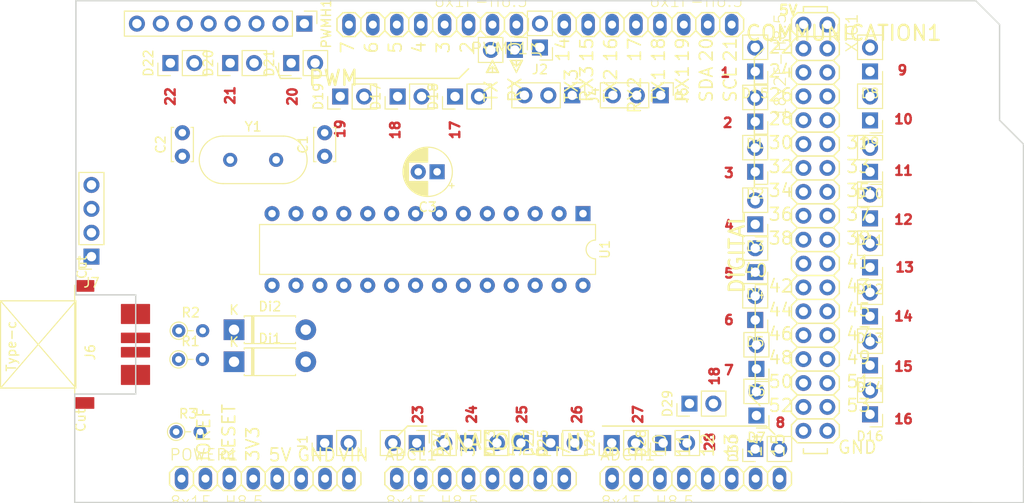
<source format=kicad_pcb>
(kicad_pcb (version 20171130) (host pcbnew "(5.1.10)-1")
  (title_block (title "Arduino Mega 2560 Rev. 3") (rev 1.0) (comment 1 "Converted to KiCad by Prof. Mayhem") (comment 2 1/22/2018))
  (layers (0 Top signal) (31 Bottom signal) (34 B.Paste user) (35 F.Paste user) (36 B.SilkS user) (37 F.SilkS user) (38 B.Mask user) (39 F.Mask user) (44 Edge.Cuts user))
  (net 0 "")
  (net 1 /ADC8)
  (net 2 /ADC9)
  (net 3 /ADC10)
  (net 4 /ADC11)
  (net 5 /ADC12)
  (net 6 /ADC13)
  (net 7 /ADC14)
  (net 8 /ADC15)
  (net 9 /ADC0)
  (net 10 /ADC1)
  (net 11 /ADC2)
  (net 12 /ADC3)
  (net 13 /ADC4)
  (net 14 /ADC5)
  (net 15 /ADC6)
  (net 16 /ADC7)
  (net 17 /RESET)
  (net 18 /VIN)
  (net 19 /RXD1)
  (net 20 /TXD1)
  (net 21 /RXD2)
  (net 22 /TXD2)
  (net 23 /RXD3)
  (net 24 /TXD3)
  (net 25 /PE0)
  (net 26 /PE1)
  (net 27 /+5V)
  (net 28 "Net-(POWER1-Pad1)")
  (net 29 /+3V3)
  (net 30 GND)
  (net 31 /Dir1)
  (net 32 /Dir9)
  (net 33 /P24)
  (net 34 /P25)
  (net 35 /Dir2)
  (net 36 /Dir10)
  (net 37 /P28)
  (net 38 /P29)
  (net 39 /Dir3)
  (net 40 /Dir11)
  (net 41 /P32)
  (net 42 /P33)
  (net 43 /Dir4)
  (net 44 /Dir12)
  (net 45 /P36)
  (net 46 /P37)
  (net 47 /Dir5)
  (net 48 /Dir13)
  (net 49 /P40)
  (net 50 /P41)
  (net 51 /Dir6)
  (net 52 /Dir14)
  (net 53 /P44)
  (net 54 /P45)
  (net 55 /Dir7)
  (net 56 /Dir15)
  (net 57 /P48)
  (net 58 /P49)
  (net 59 /Dir8)
  (net 60 /Dir16)
  (net 61 /P52)
  (net 62 /P53)
  (net 63 /PB7)
  (net 64 /Aref)
  (net 65 "Net-(XIO1-Pad1)")
  (net 66 "Net-(XIO1-Pad2)")
  (net 67 /SCL)
  (net 68 /SDA)
  (net 69 /Dir17)
  (net 70 /PE5)
  (net 71 /Dir18)
  (net 72 /PE3)
  (net 73 /PB5)
  (net 74 /PH6)
  (net 75 /PH4)
  (net 76 "Net-(J2-Pad1)")
  (net 77 "Net-(C1-Pad2)")
  (net 78 "Net-(C2-Pad2)")
  (net 79 /Dir19)
  (net 80 /Dir21)
  (net 81 /Dir20)
  (net 82 /Dir22)
  (net 83 /D-)
  (net 84 /D+)
  (net 85 "Net-(J3-Pad1)")
  (net 86 /U_vcc)
  (net 87 "Net-(J6-Pad2)")
  (net 88 "Net-(J6-Pad3)")
  (net 89 /U_pull_up)
  (net 90 "Net-(U1-Pad28)")
  (net 91 "Net-(U1-Pad14)")
  (net 92 "Net-(U1-Pad27)")
  (net 93 "Net-(U1-Pad13)")
  (net 94 "Net-(U1-Pad26)")
  (net 95 "Net-(U1-Pad12)")
  (net 96 "Net-(U1-Pad25)")
  (net 97 "Net-(U1-Pad11)")
  (net 98 "Net-(U1-Pad24)")
  (net 99 "Net-(U1-Pad23)")
  (net 100 "Net-(U1-Pad22)")
  (net 101 "Net-(U1-Pad21)")
  (net 102 "Net-(U1-Pad20)")
  (net 103 "Net-(U1-Pad19)")
  (net 104 "Net-(U1-Pad18)")
  (net 105 "Net-(U1-Pad17)")
  (net 106 "Net-(U1-Pad16)")
  (net 107 "Net-(U1-Pad15)")
  (net 108 "Net-(U1-Pad1)")
  (module Capacitor_THT:CP_Radial_D5.0mm_P2.00mm (layer Top) (at 152.781 96.52 180)
    (fp_text reference C3 (at 1 -3.75) (layer F.SilkS))
    (fp_text value 10uF)
    (pad 2 thru_hole circle (at 2 0 180) (size 1.6 1.6) (drill 0.8) (layers *.Cu *.Mask) (net 30 GND))
    (pad 1 thru_hole rect (at 0 0 180) (size 1.6 1.6) (drill 0.8) (layers *.Cu *.Mask) (net 86 /U_vcc))
  )
  (module Capacitor_THT:C_Disc_D3.4mm_W2.1mm_P2.50mm (layer Top) (at 125.73 94.869 90)
    (fp_text reference C2 (at 1.25 -2.3 90) (layer F.SilkS))
    (fp_text value 22pF)
    (pad 2 thru_hole circle (at 2.5 0 90) (size 1.6 1.6) (drill 0.8) (layers *.Cu *.Mask) (net 78 "Net-(C2-Pad2)"))
    (pad 1 thru_hole circle (at 0 0 90) (size 1.6 1.6) (drill 0.8) (layers *.Cu *.Mask) (net 30 GND))
  )
  (module Capacitor_THT:C_Disc_D3.4mm_W2.1mm_P2.50mm (layer Top) (at 140.843 94.869 90)
    (fp_text reference C1 (at 1.25 -2.3 90) (layer F.SilkS))
    (fp_text value 22pF)
    (pad 2 thru_hole circle (at 2.5 0 90) (size 1.6 1.6) (drill 0.8) (layers *.Cu *.Mask) (net 77 "Net-(C1-Pad2)"))
    (pad 1 thru_hole circle (at 0 0 90) (size 1.6 1.6) (drill 0.8) (layers *.Cu *.Mask) (net 30 GND))
  )
  (module Connector_PinSocket_2.54mm:PinSocket_1x04_P2.54mm_Vertical (layer Top) (at 116.078 105.537 180)
    (fp_text reference J7 (at 0 -2.77) (layer F.SilkS))
    (fp_text value Usb_ext)
    (pad 4 thru_hole oval (at 0 7.62 180) (size 1.7 1.7) (drill 1) (layers *.Cu *.Mask) (net 30 GND))
    (pad 3 thru_hole oval (at 0 5.08 180) (size 1.7 1.7) (drill 1) (layers *.Cu *.Mask) (net 88 "Net-(J6-Pad3)"))
    (pad 2 thru_hole oval (at 0 2.54 180) (size 1.7 1.7) (drill 1) (layers *.Cu *.Mask) (net 87 "Net-(J6-Pad2)"))
    (pad 1 thru_hole rect (at 0 0 180) (size 1.7 1.7) (drill 1) (layers *.Cu *.Mask) (net 86 /U_vcc))
  )
  (module Crystal:Crystal_HC49-4H_Vertical (layer Top) (at 130.81 95.25)
    (fp_text reference Y1 (at 2.44 -3.525) (layer F.SilkS))
    (fp_text value 16M)
    (pad 2 thru_hole circle (at 4.88 0) (size 1.5 1.5) (drill 0.8) (layers *.Cu *.Mask) (net 77 "Net-(C1-Pad2)"))
    (pad 1 thru_hole circle (at 0 0) (size 1.5 1.5) (drill 0.8) (layers *.Cu *.Mask) (net 78 "Net-(C2-Pad2)"))
  )
  (module Package_DIP:DIP-28_W7.62mm (layer Top) (at 168.275 100.965 270)
    (fp_text reference U1 (at 3.81 -2.33 90) (layer F.SilkS))
    (fp_text value ATmega8A-PU)
    (pad 28 thru_hole oval (at 7.62 0 270) (size 1.6 1.6) (drill 0.8) (layers *.Cu *.Mask) (net 90 "Net-(U1-Pad28)"))
    (pad 14 thru_hole oval (at 0 33.02 270) (size 1.6 1.6) (drill 0.8) (layers *.Cu *.Mask) (net 91 "Net-(U1-Pad14)"))
    (pad 27 thru_hole oval (at 7.62 2.54 270) (size 1.6 1.6) (drill 0.8) (layers *.Cu *.Mask) (net 92 "Net-(U1-Pad27)"))
    (pad 13 thru_hole oval (at 0 30.48 270) (size 1.6 1.6) (drill 0.8) (layers *.Cu *.Mask) (net 93 "Net-(U1-Pad13)"))
    (pad 26 thru_hole oval (at 7.62 5.08 270) (size 1.6 1.6) (drill 0.8) (layers *.Cu *.Mask) (net 94 "Net-(U1-Pad26)"))
    (pad 12 thru_hole oval (at 0 27.94 270) (size 1.6 1.6) (drill 0.8) (layers *.Cu *.Mask) (net 95 "Net-(U1-Pad12)"))
    (pad 25 thru_hole oval (at 7.62 7.62 270) (size 1.6 1.6) (drill 0.8) (layers *.Cu *.Mask) (net 96 "Net-(U1-Pad25)"))
    (pad 11 thru_hole oval (at 0 25.4 270) (size 1.6 1.6) (drill 0.8) (layers *.Cu *.Mask) (net 97 "Net-(U1-Pad11)"))
    (pad 24 thru_hole oval (at 7.62 10.16 270) (size 1.6 1.6) (drill 0.8) (layers *.Cu *.Mask) (net 98 "Net-(U1-Pad24)"))
    (pad 10 thru_hole oval (at 0 22.86 270) (size 1.6 1.6) (drill 0.8) (layers *.Cu *.Mask) (net 78 "Net-(C2-Pad2)"))
    (pad 23 thru_hole oval (at 7.62 12.7 270) (size 1.6 1.6) (drill 0.8) (layers *.Cu *.Mask) (net 99 "Net-(U1-Pad23)"))
    (pad 9 thru_hole oval (at 0 20.32 270) (size 1.6 1.6) (drill 0.8) (layers *.Cu *.Mask) (net 77 "Net-(C1-Pad2)"))
    (pad 22 thru_hole oval (at 7.62 15.24 270) (size 1.6 1.6) (drill 0.8) (layers *.Cu *.Mask) (net 100 "Net-(U1-Pad22)"))
    (pad 8 thru_hole oval (at 0 17.78 270) (size 1.6 1.6) (drill 0.8) (layers *.Cu *.Mask) (net 30 GND))
    (pad 21 thru_hole oval (at 7.62 17.78 270) (size 1.6 1.6) (drill 0.8) (layers *.Cu *.Mask) (net 101 "Net-(U1-Pad21)"))
    (pad 7 thru_hole oval (at 0 15.24 270) (size 1.6 1.6) (drill 0.8) (layers *.Cu *.Mask) (net 86 /U_vcc))
    (pad 20 thru_hole oval (at 7.62 20.32 270) (size 1.6 1.6) (drill 0.8) (layers *.Cu *.Mask) (net 102 "Net-(U1-Pad20)"))
    (pad 6 thru_hole oval (at 0 12.7 270) (size 1.6 1.6) (drill 0.8) (layers *.Cu *.Mask) (net 89 /U_pull_up))
    (pad 19 thru_hole oval (at 7.62 22.86 270) (size 1.6 1.6) (drill 0.8) (layers *.Cu *.Mask) (net 103 "Net-(U1-Pad19)"))
    (pad 5 thru_hole oval (at 0 10.16 270) (size 1.6 1.6) (drill 0.8) (layers *.Cu *.Mask) (net 83 /D-))
    (pad 18 thru_hole oval (at 7.62 25.4 270) (size 1.6 1.6) (drill 0.8) (layers *.Cu *.Mask) (net 104 "Net-(U1-Pad18)"))
    (pad 4 thru_hole oval (at 0 7.62 270) (size 1.6 1.6) (drill 0.8) (layers *.Cu *.Mask) (net 84 /D+))
    (pad 17 thru_hole oval (at 7.62 27.94 270) (size 1.6 1.6) (drill 0.8) (layers *.Cu *.Mask) (net 105 "Net-(U1-Pad17)"))
    (pad 3 thru_hole oval (at 0 5.08 270) (size 1.6 1.6) (drill 0.8) (layers *.Cu *.Mask) (net 21 /RXD2))
    (pad 16 thru_hole oval (at 7.62 30.48 270) (size 1.6 1.6) (drill 0.8) (layers *.Cu *.Mask) (net 106 "Net-(U1-Pad16)"))
    (pad 2 thru_hole oval (at 0 2.54 270) (size 1.6 1.6) (drill 0.8) (layers *.Cu *.Mask) (net 22 /TXD2))
    (pad 15 thru_hole oval (at 7.62 33.02 270) (size 1.6 1.6) (drill 0.8) (layers *.Cu *.Mask) (net 107 "Net-(U1-Pad15)"))
    (pad 1 thru_hole rect (at 0 0 270) (size 1.6 1.6) (drill 0.8) (layers *.Cu *.Mask) (net 108 "Net-(U1-Pad1)"))
  )
  (module Resistor_THT:R_Axial_DIN0204_L3.6mm_D1.6mm_P2.54mm_Vertical (layer Top) (at 125.0696 124.1552)
    (fp_text reference R3 (at 1.27 -1.92) (layer F.SilkS))
    (fp_text value 2.2k)
    (pad 2 thru_hole oval (at 2.54 0) (size 1.4 1.4) (drill 0.7) (layers *.Cu *.Mask) (net 83 /D-))
    (pad 1 thru_hole circle (at 0 0) (size 1.4 1.4) (drill 0.7) (layers *.Cu *.Mask) (net 86 /U_vcc))
  )
  (module Resistor_THT:R_Axial_DIN0204_L3.6mm_D1.6mm_P2.54mm_Vertical (layer Top) (at 125.349 113.411)
    (fp_text reference R2 (at 1.27 -1.92) (layer F.SilkS))
    (fp_text value 68)
    (pad 2 thru_hole oval (at 2.54 0) (size 1.4 1.4) (drill 0.7) (layers *.Cu *.Mask) (net 84 /D+))
    (pad 1 thru_hole circle (at 0 0) (size 1.4 1.4) (drill 0.7) (layers *.Cu *.Mask) (net 88 "Net-(J6-Pad3)"))
  )
  (module Resistor_THT:R_Axial_DIN0204_L3.6mm_D1.6mm_P2.54mm_Vertical (layer Top) (at 125.3236 116.459)
    (fp_text reference R1 (at 1.27 -1.92) (layer F.SilkS))
    (fp_text value 68)
    (pad 2 thru_hole oval (at 2.54 0) (size 1.4 1.4) (drill 0.7) (layers *.Cu *.Mask) (net 83 /D-))
    (pad 1 thru_hole circle (at 0 0) (size 1.4 1.4) (drill 0.7) (layers *.Cu *.Mask) (net 87 "Net-(J6-Pad2)"))
  )
  (module usb_type_c_female_board_Aliexpress:usb_type_c_female_board_Aliexpress (layer Top) (at 115.062 115.57 270)
    (fp_text reference J6 (at 0.127 -0.889 90) (layer F.SilkS))
    (fp_text value USB)
    (fp_text user Cut (at -8.89 0 90) (layer F.SilkS))
    (fp_text user Cut (at 7.366 0.127 90) (layer F.SilkS))
    (fp_text user Type-c (at -0.508 7.493 90) (layer F.SilkS))
    (pad 4 smd custom (at -6.985 -0.381 270) (size 1 1) (layers Top F.Paste F.Mask) (net 30 GND) (options (clearance outline) (anchor circle)) (primitives (gr_poly (pts (xy 0.635 1.016) (xy -0.508 1.016) (xy -0.508 -0.889) (xy 0.635 -0.889)) (width 0.1))))
    (pad 4 smd custom (at 5.461 -0.381 270) (size 1 1) (layers Top F.Paste F.Mask) (net 30 GND) (options (clearance outline) (anchor circle)) (primitives (gr_poly (pts (xy 0.635 1.016) (xy -0.508 1.016) (xy -0.508 -0.889) (xy 0.635 -0.889)) (width 0.1))))
    (pad 1 smd custom (at 2.54 -6.477 270) (size 1.524 1.524) (layers Top F.Paste F.Mask) (net 86 /U_vcc) (options (clearance outline) (anchor circle)) (primitives (gr_poly (pts (xy 1.016 2.286) (xy -1.016 2.286) (xy -1.016 -0.714) (xy 1.016 -0.714)) (width 0.1))))
    (pad 2 smd custom (at 0.127 -6.731 270) (size 1 1) (layers Top F.Paste F.Mask) (net 87 "Net-(J6-Pad2)") (options (clearance outline) (anchor rect)) (primitives (gr_poly (pts (xy 0.508 2.54) (xy -0.508 2.54) (xy -0.508 -0.46) (xy 0.508 -0.46)) (width 0.1))))
    (pad 3 smd custom (at -1.397 -6.731 270) (size 1 1) (layers Top F.Paste F.Mask) (net 88 "Net-(J6-Pad3)") (options (clearance outline) (anchor rect)) (primitives (gr_poly (pts (xy 0.508 2.54) (xy -0.508 2.54) (xy -0.508 -0.46) (xy 0.508 -0.46)) (width 0.1))))
    (pad 4 smd custom (at -3.937 -6.35 270) (size 1.524 1.524) (layers Top F.Paste F.Mask) (net 30 GND) (options (clearance outline) (anchor circle)) (primitives (gr_poly (pts (xy 1.016 2.159) (xy -1.016 2.159) (xy -1.016 -0.841) (xy 1.016 -0.841)) (width 0.1))))
  )
  (module Diode_THT:D_DO-41_SOD81_P7.62mm_Horizontal (layer Top) (at 131.2164 113.3094)
    (fp_text reference Di2 (at 3.81 -2.47) (layer F.SilkS))
    (fp_text value 3.6V)
    (fp_text user K (at 0 -2.1) (layer F.SilkS))
    (pad 2 thru_hole oval (at 7.62 0) (size 2.2 2.2) (drill 1.1) (layers *.Cu *.Mask) (net 30 GND))
    (pad 1 thru_hole rect (at 0 0) (size 2.2 2.2) (drill 1.1) (layers *.Cu *.Mask) (net 84 /D+))
  )
  (module Diode_THT:D_DO-41_SOD81_P7.62mm_Horizontal (layer Top) (at 131.2164 116.713)
    (fp_text reference Di1 (at 3.81 -2.47) (layer F.SilkS))
    (fp_text value 3.6V)
    (fp_text user K (at 0 -2.1) (layer F.SilkS))
    (pad 2 thru_hole oval (at 7.62 0) (size 2.2 2.2) (drill 1.1) (layers *.Cu *.Mask) (net 30 GND))
    (pad 1 thru_hole rect (at 0 0) (size 2.2 2.2) (drill 1.1) (layers *.Cu *.Mask) (net 83 /D-))
  )
  (module Connector_PinHeader_2.54mm:PinHeader_1x02_P2.54mm_Vertical (layer Top) (at 186.563 125.984 90)
    (fp_text reference D30 (at 0 -2.33 90) (layer F.SilkS))
    (fp_text value Drive_Connector)
    (pad 2 thru_hole oval (at 0 2.54 90) (size 1.7 1.7) (drill 1) (layers *.Cu *.Mask) (net 8 /ADC15))
    (pad 1 thru_hole rect (at 0 0 90) (size 1.7 1.7) (drill 1) (layers *.Cu *.Mask) (net 7 /ADC14))
  )
  (module Connector_PinHeader_2.54mm:PinHeader_1x02_P2.54mm_Vertical (layer Top) (at 179.578 121.158 90)
    (fp_text reference D29 (at 0 -2.33 90) (layer F.SilkS))
    (fp_text value Drive_Connector)
    (pad 2 thru_hole oval (at 0 2.54 90) (size 1.7 1.7) (drill 1) (layers *.Cu *.Mask) (net 6 /ADC13))
    (pad 1 thru_hole rect (at 0 0 90) (size 1.7 1.7) (drill 1) (layers *.Cu *.Mask) (net 5 /ADC12))
  )
  (module Connector_PinHeader_2.54mm:PinHeader_1x02_P2.54mm_Vertical (layer Top) (at 176.784 125.349 90)
    (fp_text reference D28 (at 0 -2.33 90) (layer F.SilkS))
    (fp_text value Drive_Connector)
    (pad 2 thru_hole oval (at 0 2.54 90) (size 1.7 1.7) (drill 1) (layers *.Cu *.Mask) (net 4 /ADC11))
    (pad 1 thru_hole rect (at 0 0 90) (size 1.7 1.7) (drill 1) (layers *.Cu *.Mask) (net 3 /ADC10))
  )
  (module Connector_PinHeader_2.54mm:PinHeader_1x02_P2.54mm_Vertical (layer Top) (at 164.846 125.349 90)
    (fp_text reference D27 (at 0 -2.33 90) (layer F.SilkS))
    (fp_text value Drive_Connector)
    (pad 2 thru_hole oval (at 0 2.54 90) (size 1.7 1.7) (drill 1) (layers *.Cu *.Mask) (net 16 /ADC7))
    (pad 1 thru_hole rect (at 0 0 90) (size 1.7 1.7) (drill 1) (layers *.Cu *.Mask) (net 15 /ADC6))
  )
  (module Connector_PinHeader_2.54mm:PinHeader_1x02_P2.54mm_Vertical (layer Top) (at 171.323 125.349 90)
    (fp_text reference D26 (at 0 -2.33 90) (layer F.SilkS))
    (fp_text value Drive_Connector)
    (pad 2 thru_hole oval (at 0 2.54 90) (size 1.7 1.7) (drill 1) (layers *.Cu *.Mask) (net 2 /ADC9))
    (pad 1 thru_hole rect (at 0 0 90) (size 1.7 1.7) (drill 1) (layers *.Cu *.Mask) (net 1 /ADC8))
  )
  (module Connector_PinHeader_2.54mm:PinHeader_1x02_P2.54mm_Vertical (layer Top) (at 161.671 125.349 270)
    (fp_text reference D25 (at 0 -2.33 90) (layer F.SilkS))
    (fp_text value Drive_Connector)
    (pad 2 thru_hole oval (at 0 2.54 270) (size 1.7 1.7) (drill 1) (layers *.Cu *.Mask) (net 13 /ADC4))
    (pad 1 thru_hole rect (at 0 0 270) (size 1.7 1.7) (drill 1) (layers *.Cu *.Mask) (net 14 /ADC5))
  )
  (module Connector_PinHeader_2.54mm:PinHeader_1x02_P2.54mm_Vertical (layer Top) (at 150.622 125.349 270)
    (fp_text reference D24 (at 0 -2.33 90) (layer F.SilkS))
    (fp_text value Drive_Connector)
    (pad 2 thru_hole oval (at 0 2.54 270) (size 1.7 1.7) (drill 1) (layers *.Cu *.Mask) (net 9 /ADC0))
    (pad 1 thru_hole rect (at 0 0 270) (size 1.7 1.7) (drill 1) (layers *.Cu *.Mask) (net 10 /ADC1))
  )
  (module Connector_PinHeader_2.54mm:PinHeader_1x02_P2.54mm_Vertical (layer Top) (at 156.083 125.349 270)
    (fp_text reference D23 (at 0 -2.33 90) (layer F.SilkS))
    (fp_text value Drive_Connector)
    (pad 2 thru_hole oval (at 0 2.54 270) (size 1.7 1.7) (drill 1) (layers *.Cu *.Mask) (net 11 /ADC2))
    (pad 1 thru_hole rect (at 0 0 270) (size 1.7 1.7) (drill 1) (layers *.Cu *.Mask) (net 12 /ADC3))
  )
  (module Connector_PinHeader_2.54mm:PinHeader_1x02_P2.54mm_Vertical (layer Top) (at 124.46 84.963 90)
    (fp_text reference D22 (at 0 -2.33 90) (layer F.SilkS))
    (fp_text value Drive_Connector)
    (pad 2 thru_hole oval (at 0 2.54 90) (size 1.7 1.7) (drill 1) (layers *.Cu *.Mask) (net 82 /Dir22))
    (pad 1 thru_hole rect (at 0 0 90) (size 1.7 1.7) (drill 1) (layers *.Cu *.Mask) (net 63 /PB7))
  )
  (module Connector_PinHeader_2.54mm:PinHeader_1x02_P2.54mm_Vertical (layer Top) (at 137.287 84.963 90)
    (fp_text reference D21 (at 0 -2.33 90) (layer F.SilkS))
    (fp_text value Drive_Connector)
    (pad 2 thru_hole oval (at 0 2.54 90) (size 1.7 1.7) (drill 1) (layers *.Cu *.Mask) (net 81 /Dir20))
    (pad 1 thru_hole rect (at 0 0 90) (size 1.7 1.7) (drill 1) (layers *.Cu *.Mask) (net 74 /PH6))
  )
  (module Connector_PinHeader_2.54mm:PinHeader_1x02_P2.54mm_Vertical (layer Top) (at 130.81 84.963 90)
    (fp_text reference D20 (at 0 -2.33 90) (layer F.SilkS))
    (fp_text value Drive_Connector)
    (pad 2 thru_hole oval (at 0 2.54 90) (size 1.7 1.7) (drill 1) (layers *.Cu *.Mask) (net 80 /Dir21))
    (pad 1 thru_hole rect (at 0 0 90) (size 1.7 1.7) (drill 1) (layers *.Cu *.Mask) (net 73 /PB5))
  )
  (module Connector_PinHeader_2.54mm:PinHeader_1x02_P2.54mm_Vertical (layer Top) (at 142.494 88.519 90)
    (fp_text reference D19 (at 0 -2.33 90) (layer F.SilkS))
    (fp_text value Drive_Connector)
    (pad 2 thru_hole oval (at 0 2.54 90) (size 1.7 1.7) (drill 1) (layers *.Cu *.Mask) (net 79 /Dir19))
    (pad 1 thru_hole rect (at 0 0 90) (size 1.7 1.7) (drill 1) (layers *.Cu *.Mask) (net 75 /PH4))
  )
  (module Connector_PinHeader_2.54mm:PinHeader_1x02_P2.54mm_Vertical (layer Top) (at 140.843 125.349 90)
    (fp_text reference J1 (at 0 -2.33 90) (layer F.SilkS))
    (fp_text value Power_conn)
    (pad 2 thru_hole oval (at 0 2.54 90) (size 1.7 1.7) (drill 1) (layers *.Cu *.Mask) (net 18 /VIN))
    (pad 1 thru_hole rect (at 0 0 90) (size 1.7 1.7) (drill 1) (layers *.Cu *.Mask) (net 30 GND))
  )
  (module Connector_PinHeader_2.54mm:PinHeader_1x03_P2.54mm_Vertical (layer Top) (at 176.53 88.392 270)
    (fp_text reference J5 (at 0 -2.33 90) (layer F.SilkS))
    (fp_text value USB_Uart)
    (pad 3 thru_hole oval (at 0 5.08 270) (size 1.7 1.7) (drill 1) (layers *.Cu *.Mask) (net 22 /TXD2))
    (pad 2 thru_hole oval (at 0 2.54 270) (size 1.7 1.7) (drill 1) (layers *.Cu *.Mask) (net 21 /RXD2))
    (pad 1 thru_hole rect (at 0 0 270) (size 1.7 1.7) (drill 1) (layers *.Cu *.Mask) (net 30 GND))
  )
  (module Connector_PinHeader_2.54mm:PinHeader_1x03_P2.54mm_Vertical (layer Top) (at 167.132 88.392 270)
    (fp_text reference J4 (at 0 -2.33 90) (layer F.SilkS))
    (fp_text value Midi_UART)
    (pad 3 thru_hole oval (at 0 5.08 270) (size 1.7 1.7) (drill 1) (layers *.Cu *.Mask) (net 24 /TXD3))
    (pad 2 thru_hole oval (at 0 2.54 270) (size 1.7 1.7) (drill 1) (layers *.Cu *.Mask) (net 23 /RXD3))
    (pad 1 thru_hole rect (at 0 0 270) (size 1.7 1.7) (drill 1) (layers *.Cu *.Mask) (net 30 GND))
  )
  (module Connector_PinHeader_2.54mm:PinHeader_1x02_P2.54mm_Vertical (layer Top) (at 198.755 122.301 180)
    (fp_text reference D16 (at 0 -2.33) (layer F.SilkS))
    (fp_text value Drive_Connector)
    (pad 2 thru_hole oval (at 0 2.54 180) (size 1.7 1.7) (drill 1) (layers *.Cu *.Mask) (net 60 /Dir16))
    (pad 1 thru_hole rect (at 0 0 180) (size 1.7 1.7) (drill 1) (layers *.Cu *.Mask) (net 62 /P53))
  )
  (module Connector_PinHeader_2.54mm:PinHeader_1x02_P2.54mm_Vertical (layer Top) (at 148.59 88.519 90)
    (fp_text reference D17 (at 0 -2.33 90) (layer F.SilkS))
    (fp_text value Drive_Connector)
    (pad 2 thru_hole oval (at 0 2.54 90) (size 1.7 1.7) (drill 1) (layers *.Cu *.Mask) (net 71 /Dir18))
    (pad 1 thru_hole rect (at 0 0 90) (size 1.7 1.7) (drill 1) (layers *.Cu *.Mask) (net 72 /PE3))
  )
  (module Connector_PinHeader_2.54mm:PinHeader_1x02_P2.54mm_Vertical (layer Top) (at 154.686 88.519 90)
    (fp_text reference D18 (at 0 -2.33 90) (layer F.SilkS))
    (fp_text value Drive_Connector)
    (pad 2 thru_hole oval (at 0 2.54 90) (size 1.7 1.7) (drill 1) (layers *.Cu *.Mask) (net 69 /Dir17))
    (pad 1 thru_hole rect (at 0 0 90) (size 1.7 1.7) (drill 1) (layers *.Cu *.Mask) (net 70 /PE5))
  )
  (module Connector_PinHeader_2.54mm:PinHeader_1x02_P2.54mm_Vertical (layer Top) (at 186.563 85.852 180)
    (fp_text reference D15 (at 0 -2.33) (layer F.SilkS))
    (fp_text value Drive_Connector)
    (pad 2 thru_hole oval (at 0 2.54 180) (size 1.7 1.7) (drill 1) (layers *.Cu *.Mask) (net 31 /Dir1))
    (pad 1 thru_hole rect (at 0 0 180) (size 1.7 1.7) (drill 1) (layers *.Cu *.Mask) (net 33 /P24))
  )
  (module Connector_PinHeader_2.54mm:PinHeader_1x02_P2.54mm_Vertical (layer Top) (at 198.755 117.094 180)
    (fp_text reference D14 (at 0 -2.33) (layer F.SilkS))
    (fp_text value Drive_Connector)
    (pad 2 thru_hole oval (at 0 2.54 180) (size 1.7 1.7) (drill 1) (layers *.Cu *.Mask) (net 56 /Dir15))
    (pad 1 thru_hole rect (at 0 0 180) (size 1.7 1.7) (drill 1) (layers *.Cu *.Mask) (net 58 /P49))
  )
  (module Connector_PinHeader_2.54mm:PinHeader_1x02_P2.54mm_Vertical (layer Top) (at 198.755 111.887 180)
    (fp_text reference D13 (at 0 -2.33) (layer F.SilkS))
    (fp_text value Drive_Connector)
    (pad 2 thru_hole oval (at 0 2.54 180) (size 1.7 1.7) (drill 1) (layers *.Cu *.Mask) (net 52 /Dir14))
    (pad 1 thru_hole rect (at 0 0 180) (size 1.7 1.7) (drill 1) (layers *.Cu *.Mask) (net 54 /P45))
  )
  (module Connector_PinHeader_2.54mm:PinHeader_1x02_P2.54mm_Vertical (layer Top) (at 198.755 106.68 180)
    (fp_text reference D12 (at 0 -2.33) (layer F.SilkS))
    (fp_text value Drive_Connector)
    (pad 2 thru_hole oval (at 0 2.54 180) (size 1.7 1.7) (drill 1) (layers *.Cu *.Mask) (net 48 /Dir13))
    (pad 1 thru_hole rect (at 0 0 180) (size 1.7 1.7) (drill 1) (layers *.Cu *.Mask) (net 50 /P41))
  )
  (module Connector_PinHeader_2.54mm:PinHeader_1x02_P2.54mm_Vertical (layer Top) (at 198.755 101.473 180)
    (fp_text reference D11 (at 0 -2.33) (layer F.SilkS))
    (fp_text value Drive_Connector)
    (pad 2 thru_hole oval (at 0 2.54 180) (size 1.7 1.7) (drill 1) (layers *.Cu *.Mask) (net 44 /Dir12))
    (pad 1 thru_hole rect (at 0 0 180) (size 1.7 1.7) (drill 1) (layers *.Cu *.Mask) (net 46 /P37))
  )
  (module Connector_PinHeader_2.54mm:PinHeader_1x02_P2.54mm_Vertical (layer Top) (at 198.755 96.52 180)
    (fp_text reference D10 (at 0 -2.33) (layer F.SilkS))
    (fp_text value Drive_Connector)
    (pad 2 thru_hole oval (at 0 2.54 180) (size 1.7 1.7) (drill 1) (layers *.Cu *.Mask) (net 40 /Dir11))
    (pad 1 thru_hole rect (at 0 0 180) (size 1.7 1.7) (drill 1) (layers *.Cu *.Mask) (net 42 /P33))
  )
  (module Connector_PinHeader_2.54mm:PinHeader_1x02_P2.54mm_Vertical (layer Top) (at 198.755 91.059 180)
    (fp_text reference D9 (at 0 -2.33) (layer F.SilkS))
    (fp_text value Drive_Connector)
    (pad 2 thru_hole oval (at 0 2.54 180) (size 1.7 1.7) (drill 1) (layers *.Cu *.Mask) (net 36 /Dir10))
    (pad 1 thru_hole rect (at 0 0 180) (size 1.7 1.7) (drill 1) (layers *.Cu *.Mask) (net 38 /P29))
  )
  (module Connector_PinHeader_2.54mm:PinHeader_1x02_P2.54mm_Vertical (layer Top) (at 198.755 85.852 180)
    (fp_text reference D8 (at 0 -2.33) (layer F.SilkS))
    (fp_text value Drive_Connector)
    (pad 2 thru_hole oval (at 0 2.54 180) (size 1.7 1.7) (drill 1) (layers *.Cu *.Mask) (net 32 /Dir9))
    (pad 1 thru_hole rect (at 0 0 180) (size 1.7 1.7) (drill 1) (layers *.Cu *.Mask) (net 34 /P25))
  )
  (module Connector_PinHeader_2.54mm:PinHeader_1x02_P2.54mm_Vertical (layer Top) (at 186.69 122.428 180)
    (fp_text reference D7 (at 0 -2.33) (layer F.SilkS))
    (fp_text value Drive_Connector)
    (pad 2 thru_hole oval (at 0 2.54 180) (size 1.7 1.7) (drill 1) (layers *.Cu *.Mask) (net 59 /Dir8))
    (pad 1 thru_hole rect (at 0 0 180) (size 1.7 1.7) (drill 1) (layers *.Cu *.Mask) (net 61 /P52))
  )
  (module Connector_PinHeader_2.54mm:PinHeader_1x02_P2.54mm_Vertical (layer Top) (at 186.69 117.475 180)
    (fp_text reference D6 (at 0 -2.33) (layer F.SilkS))
    (fp_text value Drive_Connector)
    (pad 2 thru_hole oval (at 0 2.54 180) (size 1.7 1.7) (drill 1) (layers *.Cu *.Mask) (net 55 /Dir7))
    (pad 1 thru_hole rect (at 0 0 180) (size 1.7 1.7) (drill 1) (layers *.Cu *.Mask) (net 57 /P48))
  )
  (module Connector_PinHeader_2.54mm:PinHeader_1x02_P2.54mm_Vertical (layer Top) (at 186.563 112.268 180)
    (fp_text reference D5 (at 0 -2.33) (layer F.SilkS))
    (fp_text value Drive_Connector)
    (pad 2 thru_hole oval (at 0 2.54 180) (size 1.7 1.7) (drill 1) (layers *.Cu *.Mask) (net 51 /Dir6))
    (pad 1 thru_hole rect (at 0 0 180) (size 1.7 1.7) (drill 1) (layers *.Cu *.Mask) (net 53 /P44))
  )
  (module Connector_PinHeader_2.54mm:PinHeader_1x02_P2.54mm_Vertical (layer Top) (at 186.563 107.188 180)
    (fp_text reference D4 (at 0 -2.33) (layer F.SilkS))
    (fp_text value Drive_Connector)
    (pad 2 thru_hole oval (at 0 2.54 180) (size 1.7 1.7) (drill 1) (layers *.Cu *.Mask) (net 47 /Dir5))
    (pad 1 thru_hole rect (at 0 0 180) (size 1.7 1.7) (drill 1) (layers *.Cu *.Mask) (net 49 /P40))
  )
  (module Connector_PinHeader_2.54mm:PinHeader_1x02_P2.54mm_Vertical (layer Top) (at 186.563 102.108 180)
    (fp_text reference D3 (at 0 -2.33) (layer F.SilkS))
    (fp_text value Drive_Connector)
    (pad 2 thru_hole oval (at 0 2.54 180) (size 1.7 1.7) (drill 1) (layers *.Cu *.Mask) (net 43 /Dir4))
    (pad 1 thru_hole rect (at 0 0 180) (size 1.7 1.7) (drill 1) (layers *.Cu *.Mask) (net 45 /P36))
  )
  (module Connector_PinHeader_2.54mm:PinHeader_1x02_P2.54mm_Vertical (layer Top) (at 186.563 96.52 180)
    (fp_text reference D2 (at 0 -2.33) (layer F.SilkS))
    (fp_text value Drive_Connector)
    (pad 2 thru_hole oval (at 0 2.54 180) (size 1.7 1.7) (drill 1) (layers *.Cu *.Mask) (net 39 /Dir3))
    (pad 1 thru_hole rect (at 0 0 180) (size 1.7 1.7) (drill 1) (layers *.Cu *.Mask) (net 41 /P32))
  )
  (module Connector_PinHeader_2.54mm:PinHeader_1x02_P2.54mm_Vertical (layer Top) (at 186.563 91.186 180)
    (fp_text reference D1 (at 0 -2.33) (layer F.SilkS))
    (fp_text value Drive_Connector)
    (pad 2 thru_hole oval (at 0 2.54 180) (size 1.7 1.7) (drill 1) (layers *.Cu *.Mask) (net 35 /Dir2))
    (pad 1 thru_hole rect (at 0 0 180) (size 1.7 1.7) (drill 1) (layers *.Cu *.Mask) (net 37 /P28))
  )
  (module Connector_PinHeader_2.54mm:PinHeader_1x02_P2.54mm_Vertical (layer Top) (at 161.036 83.566 270)
    (fp_text reference J3 (at 0 -2.33 90) (layer F.SilkS))
    (fp_text value TX)
    (pad 2 thru_hole oval (at 0 2.54 270) (size 1.7 1.7) (drill 1) (layers *.Cu *.Mask) (net 26 /PE1))
    (pad 1 thru_hole rect (at 0 0 270) (size 1.7 1.7) (drill 1) (layers *.Cu *.Mask) (net 85 "Net-(J3-Pad1)"))
  )
  (module Connector_PinHeader_2.54mm:PinHeader_1x02_P2.54mm_Vertical (layer Top) (at 163.703 83.312 180)
    (fp_text reference J2 (at 0 -2.33) (layer F.SilkS))
    (fp_text value RX)
    (pad 2 thru_hole oval (at 0 2.54 180) (size 1.7 1.7) (drill 1) (layers *.Cu *.Mask) (net 25 /PE0))
    (pad 1 thru_hole rect (at 0 0 180) (size 1.7 1.7) (drill 1) (layers *.Cu *.Mask) (net 76 "Net-(J2-Pad1)"))
  )
  (module Connector_PinHeader_2.54mm:PinHeader_1x08_P2.54mm_Vertical (layer Top) (at 138.684 80.772 270)
    (fp_text reference PWMH1 (at 0 -2.33 90) (layer F.SilkS))
    (fp_text value 8x1F-H8.5)
    (pad 8 thru_hole oval (at 0 17.78 270) (size 1.7 1.7) (drill 1) (layers *.Cu *.Mask) (net 64 /Aref))
    (pad 7 thru_hole oval (at 0 15.24 270) (size 1.7 1.7) (drill 1) (layers *.Cu *.Mask) (net 30 GND))
    (pad 6 thru_hole oval (at 0 12.7 270) (size 1.7 1.7) (drill 1) (layers *.Cu *.Mask) (net 63 /PB7))
    (pad 5 thru_hole oval (at 0 10.16 270) (size 1.7 1.7) (drill 1) (layers *.Cu *.Mask) (net 82 /Dir22))
    (pad 4 thru_hole oval (at 0 7.62 270) (size 1.7 1.7) (drill 1) (layers *.Cu *.Mask) (net 73 /PB5))
    (pad 3 thru_hole oval (at 0 5.08 270) (size 1.7 1.7) (drill 1) (layers *.Cu *.Mask) (net 80 /Dir21))
    (pad 2 thru_hole oval (at 0 2.54 270) (size 1.7 1.7) (drill 1) (layers *.Cu *.Mask) (net 74 /PH6))
    (pad 1 thru_hole rect (at 0 0 270) (size 1.7 1.7) (drill 1) (layers *.Cu *.Mask) (net 81 /Dir20))
  )
  (module 1X08 (layer Top) (at 152.3111 80.8736 180)
    (fp_text reference PWML1 (at -10.2362 -1.8288 180) (layer F.SilkS) (effects (font (size 1.2065 1.2065) (thickness 0.127)) (justify right top)))
    (fp_text value 8x1F-H8.5 (at -10.16 3.175) (layer F.SilkS) (effects (font (size 1.2065 1.2065) (thickness 0.09652)) (justify right top)))
    (pad 1 thru_hole oval (at -8.89 0 270) (size 2.27584 1.4224) (drill 0.85) (layers *.Cu *.Mask) (net 25 /PE0))
    (pad 2 thru_hole oval (at -6.35 0 270) (size 2.27584 1.4224) (drill 0.85) (layers *.Cu *.Mask) (net 26 /PE1))
    (pad 3 thru_hole oval (at -3.81 0 270) (size 2.27584 1.4224) (drill 0.85) (layers *.Cu *.Mask) (net 69 /Dir17))
    (pad 4 thru_hole oval (at -1.27 0 270) (size 2.27584 1.4224) (drill 0.85) (layers *.Cu *.Mask) (net 70 /PE5))
    (pad 5 thru_hole oval (at 1.27 0 270) (size 2.27584 1.4224) (drill 0.85) (layers *.Cu *.Mask) (net 71 /Dir18))
    (pad 6 thru_hole oval (at 3.81 0 270) (size 2.27584 1.4224) (drill 0.85) (layers *.Cu *.Mask) (net 72 /PE3))
    (pad 7 thru_hole oval (at 6.35 0 270) (size 2.27584 1.4224) (drill 0.85) (layers *.Cu *.Mask) (net 79 /Dir19))
    (pad 8 thru_hole oval (at 8.89 0 270) (size 2.27584 1.4224) (drill 0.85) (layers *.Cu *.Mask) (net 75 /PH4))
  )
  (module 1X08 (layer Top) (at 157.3911 129.1336)
    (fp_text reference ADCL1 (at -10.2362 -1.8288) (layer F.SilkS) (effects (font (size 1.2065 1.2065) (thickness 0.12065)) (justify left bottom)))
    (fp_text value 8x1F-H8.5 (at -10.16 3.175) (layer F.SilkS) (effects (font (size 1.2065 1.2065) (thickness 0.09652)) (justify left bottom)))
    (pad 1 thru_hole oval (at -8.89 0 90) (size 2.27584 1.4224) (drill 0.85) (layers *.Cu *.Mask) (net 9 /ADC0))
    (pad 2 thru_hole oval (at -6.35 0 90) (size 2.27584 1.4224) (drill 0.85) (layers *.Cu *.Mask) (net 10 /ADC1))
    (pad 3 thru_hole oval (at -3.81 0 90) (size 2.27584 1.4224) (drill 0.85) (layers *.Cu *.Mask) (net 11 /ADC2))
    (pad 4 thru_hole oval (at -1.27 0 90) (size 2.27584 1.4224) (drill 0.85) (layers *.Cu *.Mask) (net 12 /ADC3))
    (pad 5 thru_hole oval (at 1.27 0 90) (size 2.27584 1.4224) (drill 0.85) (layers *.Cu *.Mask) (net 13 /ADC4))
    (pad 6 thru_hole oval (at 3.81 0 90) (size 2.27584 1.4224) (drill 0.85) (layers *.Cu *.Mask) (net 14 /ADC5))
    (pad 7 thru_hole oval (at 6.35 0 90) (size 2.27584 1.4224) (drill 0.85) (layers *.Cu *.Mask) (net 15 /ADC6))
    (pad 8 thru_hole oval (at 8.89 0 90) (size 2.27584 1.4224) (drill 0.85) (layers *.Cu *.Mask) (net 16 /ADC7))
  )
  (module 1X08 (layer Top) (at 175.1711 80.8736 180)
    (fp_text reference COMMUNICATION1 (at -10.2362 -1.8288 180) (layer F.SilkS) (effects (font (size 1.59258 1.59258) (thickness 0.238887)) (justify left bottom)))
    (fp_text value 8x1F-H8.5 (at -10.16 3.175) (layer F.SilkS) (effects (font (size 1.2065 1.2065) (thickness 0.09652)) (justify right top)))
    (pad 1 thru_hole oval (at -8.89 0 270) (size 2.27584 1.4224) (drill 0.85) (layers *.Cu *.Mask) (net 67 /SCL))
    (pad 2 thru_hole oval (at -6.35 0 270) (size 2.27584 1.4224) (drill 0.85) (layers *.Cu *.Mask) (net 68 /SDA))
    (pad 3 thru_hole oval (at -3.81 0 270) (size 2.27584 1.4224) (drill 0.85) (layers *.Cu *.Mask) (net 19 /RXD1))
    (pad 4 thru_hole oval (at -1.27 0 270) (size 2.27584 1.4224) (drill 0.85) (layers *.Cu *.Mask) (net 20 /TXD1))
    (pad 5 thru_hole oval (at 1.27 0 270) (size 2.27584 1.4224) (drill 0.85) (layers *.Cu *.Mask) (net 21 /RXD2))
    (pad 6 thru_hole oval (at 3.81 0 270) (size 2.27584 1.4224) (drill 0.85) (layers *.Cu *.Mask) (net 22 /TXD2))
    (pad 7 thru_hole oval (at 6.35 0 270) (size 2.27584 1.4224) (drill 0.85) (layers *.Cu *.Mask) (net 23 /RXD3))
    (pad 8 thru_hole oval (at 8.89 0 270) (size 2.27584 1.4224) (drill 0.85) (layers *.Cu *.Mask) (net 24 /TXD3))
  )
  (module 1X08 (layer Top) (at 180.2511 129.1336)
    (fp_text reference ADCH1 (at -10.2362 -1.8288) (layer F.SilkS) (effects (font (size 1.2065 1.2065) (thickness 0.12065)) (justify left bottom)))
    (fp_text value 8x1F-H8.5 (at -10.16 3.175) (layer F.SilkS) (effects (font (size 1.2065 1.2065) (thickness 0.09652)) (justify left bottom)))
    (pad 1 thru_hole oval (at -8.89 0 90) (size 2.27584 1.4224) (drill 0.85) (layers *.Cu *.Mask) (net 1 /ADC8))
    (pad 2 thru_hole oval (at -6.35 0 90) (size 2.27584 1.4224) (drill 0.85) (layers *.Cu *.Mask) (net 2 /ADC9))
    (pad 3 thru_hole oval (at -3.81 0 90) (size 2.27584 1.4224) (drill 0.85) (layers *.Cu *.Mask) (net 3 /ADC10))
    (pad 4 thru_hole oval (at -1.27 0 90) (size 2.27584 1.4224) (drill 0.85) (layers *.Cu *.Mask) (net 4 /ADC11))
    (pad 5 thru_hole oval (at 1.27 0 90) (size 2.27584 1.4224) (drill 0.85) (layers *.Cu *.Mask) (net 5 /ADC12))
    (pad 6 thru_hole oval (at 3.81 0 90) (size 2.27584 1.4224) (drill 0.85) (layers *.Cu *.Mask) (net 6 /ADC13))
    (pad 7 thru_hole oval (at 6.35 0 90) (size 2.27584 1.4224) (drill 0.85) (layers *.Cu *.Mask) (net 7 /ADC14))
    (pad 8 thru_hole oval (at 8.89 0 90) (size 2.27584 1.4224) (drill 0.85) (layers *.Cu *.Mask) (net 8 /ADC15))
  )
  (module 2X18 (layer Top) (at 192.9511 102.4636 270)
    (fp_text reference XIO1 (at -22.86 -3.175 270) (layer F.SilkS) (effects (font (size 1.2065 1.2065) (thickness 0.127)) (justify right top)))
    (fp_text value 18x2F-H8.5 (at -22.86 4.445 270) (layer F.SilkS) (effects (font (size 1.2065 1.2065) (thickness 0.1016)) (justify right top)))
    (pad 1 thru_hole circle (at -21.59 1.27 270) (size 1.6764 1.6764) (drill 0.95) (layers *.Cu *.Mask) (net 65 "Net-(XIO1-Pad1)"))
    (pad 2 thru_hole circle (at -21.59 -1.27 270) (size 1.6764 1.6764) (drill 0.95) (layers *.Cu *.Mask) (net 66 "Net-(XIO1-Pad2)"))
    (pad 3 thru_hole circle (at -19.05 1.27 270) (size 1.6764 1.6764) (drill 0.95) (layers *.Cu *.Mask) (net 31 /Dir1))
    (pad 4 thru_hole circle (at -19.05 -1.27 270) (size 1.6764 1.6764) (drill 0.95) (layers *.Cu *.Mask) (net 32 /Dir9))
    (pad 5 thru_hole circle (at -16.51 1.27 270) (size 1.6764 1.6764) (drill 0.95) (layers *.Cu *.Mask) (net 33 /P24))
    (pad 6 thru_hole circle (at -16.51 -1.27 270) (size 1.6764 1.6764) (drill 0.95) (layers *.Cu *.Mask) (net 34 /P25))
    (pad 7 thru_hole circle (at -13.97 1.27 270) (size 1.6764 1.6764) (drill 0.95) (layers *.Cu *.Mask) (net 35 /Dir2))
    (pad 8 thru_hole circle (at -13.97 -1.27 270) (size 1.6764 1.6764) (drill 0.95) (layers *.Cu *.Mask) (net 36 /Dir10))
    (pad 9 thru_hole circle (at -11.43 1.27 270) (size 1.6764 1.6764) (drill 0.95) (layers *.Cu *.Mask) (net 37 /P28))
    (pad 10 thru_hole circle (at -11.43 -1.27 270) (size 1.6764 1.6764) (drill 0.95) (layers *.Cu *.Mask) (net 38 /P29))
    (pad 11 thru_hole circle (at -8.89 1.27 270) (size 1.6764 1.6764) (drill 0.95) (layers *.Cu *.Mask) (net 39 /Dir3))
    (pad 12 thru_hole circle (at -8.89 -1.27 270) (size 1.6764 1.6764) (drill 0.95) (layers *.Cu *.Mask) (net 40 /Dir11))
    (pad 13 thru_hole circle (at -6.35 1.27 270) (size 1.6764 1.6764) (drill 0.95) (layers *.Cu *.Mask) (net 41 /P32))
    (pad 14 thru_hole circle (at -6.35 -1.27 270) (size 1.6764 1.6764) (drill 0.95) (layers *.Cu *.Mask) (net 42 /P33))
    (pad 15 thru_hole circle (at -3.81 1.27 270) (size 1.6764 1.6764) (drill 0.95) (layers *.Cu *.Mask) (net 43 /Dir4))
    (pad 16 thru_hole circle (at -3.81 -1.27 270) (size 1.6764 1.6764) (drill 0.95) (layers *.Cu *.Mask) (net 44 /Dir12))
    (pad 17 thru_hole circle (at -1.27 1.27 270) (size 1.6764 1.6764) (drill 0.95) (layers *.Cu *.Mask) (net 45 /P36))
    (pad 18 thru_hole circle (at -1.27 -1.27 270) (size 1.6764 1.6764) (drill 0.95) (layers *.Cu *.Mask) (net 46 /P37))
    (pad 19 thru_hole circle (at 1.27 1.27 270) (size 1.6764 1.6764) (drill 0.95) (layers *.Cu *.Mask) (net 47 /Dir5))
    (pad 20 thru_hole circle (at 1.27 -1.27 270) (size 1.6764 1.6764) (drill 0.95) (layers *.Cu *.Mask) (net 48 /Dir13))
    (pad 21 thru_hole circle (at 3.81 1.27 270) (size 1.6764 1.6764) (drill 0.95) (layers *.Cu *.Mask) (net 49 /P40))
    (pad 22 thru_hole circle (at 3.81 -1.27 270) (size 1.6764 1.6764) (drill 0.95) (layers *.Cu *.Mask) (net 50 /P41))
    (pad 23 thru_hole circle (at 6.35 1.27 270) (size 1.6764 1.6764) (drill 0.95) (layers *.Cu *.Mask) (net 51 /Dir6))
    (pad 24 thru_hole circle (at 6.35 -1.27 270) (size 1.6764 1.6764) (drill 0.95) (layers *.Cu *.Mask) (net 52 /Dir14))
    (pad 25 thru_hole circle (at 8.89 1.27 270) (size 1.6764 1.6764) (drill 0.95) (layers *.Cu *.Mask) (net 53 /P44))
    (pad 26 thru_hole circle (at 8.89 -1.27 270) (size 1.6764 1.6764) (drill 0.95) (layers *.Cu *.Mask) (net 54 /P45))
    (pad 27 thru_hole circle (at 11.43 1.27 270) (size 1.6764 1.6764) (drill 0.95) (layers *.Cu *.Mask) (net 55 /Dir7))
    (pad 28 thru_hole circle (at 11.43 -1.27 270) (size 1.6764 1.6764) (drill 0.95) (layers *.Cu *.Mask) (net 56 /Dir15))
    (pad 29 thru_hole circle (at 13.97 1.27 270) (size 1.6764 1.6764) (drill 0.95) (layers *.Cu *.Mask) (net 57 /P48))
    (pad 30 thru_hole circle (at 13.97 -1.27 270) (size 1.6764 1.6764) (drill 0.95) (layers *.Cu *.Mask) (net 58 /P49))
    (pad 31 thru_hole circle (at 16.51 1.27 270) (size 1.6764 1.6764) (drill 0.95) (layers *.Cu *.Mask) (net 59 /Dir8))
    (pad 32 thru_hole circle (at 16.51 -1.27 270) (size 1.6764 1.6764) (drill 0.95) (layers *.Cu *.Mask) (net 60 /Dir16))
    (pad 33 thru_hole circle (at 19.05 1.27 270) (size 1.6764 1.6764) (drill 0.95) (layers *.Cu *.Mask) (net 61 /P52))
    (pad 34 thru_hole circle (at 19.05 -1.27 270) (size 1.6764 1.6764) (drill 0.95) (layers *.Cu *.Mask) (net 62 /P53))
    (pad 35 thru_hole circle (at 21.59 1.27 270) (size 1.6764 1.6764) (drill 0.95) (layers *.Cu *.Mask) (net 30 GND))
    (pad 36 thru_hole circle (at 21.59 -1.27 270) (size 1.6764 1.6764) (drill 0.95) (layers *.Cu *.Mask) (net 30 GND))
  )
  (module 1X08 (layer Top) (at 134.5311 129.1336)
    (fp_text reference POWER1 (at -10.2362 -1.8288) (layer F.SilkS) (effects (font (size 1.2065 1.2065) (thickness 0.12065)) (justify left bottom)))
    (fp_text value 8x1F-H8.5 (at -10.16 3.175) (layer F.SilkS) (effects (font (size 1.2065 1.2065) (thickness 0.09652)) (justify left bottom)))
    (pad 1 thru_hole oval (at -8.89 0 90) (size 2.27584 1.4224) (drill 0.85) (layers *.Cu *.Mask) (net 28 "Net-(POWER1-Pad1)"))
    (pad 2 thru_hole oval (at -6.35 0 90) (size 2.27584 1.4224) (drill 0.85) (layers *.Cu *.Mask) (net 27 /+5V))
    (pad 3 thru_hole oval (at -3.81 0 90) (size 2.27584 1.4224) (drill 0.85) (layers *.Cu *.Mask) (net 17 /RESET))
    (pad 4 thru_hole oval (at -1.27 0 90) (size 2.27584 1.4224) (drill 0.85) (layers *.Cu *.Mask) (net 29 /+3V3))
    (pad 5 thru_hole oval (at 1.27 0 90) (size 2.27584 1.4224) (drill 0.85) (layers *.Cu *.Mask) (net 27 /+5V))
    (pad 6 thru_hole oval (at 3.81 0 90) (size 2.27584 1.4224) (drill 0.85) (layers *.Cu *.Mask) (net 30 GND))
    (pad 7 thru_hole oval (at 6.35 0 90) (size 2.27584 1.4224) (drill 0.85) (layers *.Cu *.Mask) (net 30 GND))
    (pad 8 thru_hole oval (at 8.89 0 90) (size 2.27584 1.4224) (drill 0.85) (layers *.Cu *.Mask) (net 18 /VIN))
  )
  (gr_line (start 114.3 120.142) (end 114.3 131.6736) (layer Edge.Cuts) (width 0.15))
  (gr_line (start 114.427 109.601) (end 114.427 78.3336) (layer Edge.Cuts) (width 0.15))
  (gr_line (start 120.777 120.142) (end 114.3 120.142) (layer Edge.Cuts) (width 0.15))
  (gr_line (start 120.777 109.601) (end 120.777 120.142) (layer Edge.Cuts) (width 0.15))
  (gr_line (start 114.427 109.601) (end 120.777 109.601) (layer Edge.Cuts) (width 0.15))
  (gr_text 18 (at 182.245 118.237 90) (layer Top) (effects (font (size 1 1) (thickness 0.25))))
  (gr_text 28 (at 181.737 125.222 90) (layer Top) (effects (font (size 1 1) (thickness 0.25))))
  (gr_text 27 (at 174.117 122.301 90) (layer Top) (effects (font (size 1 1) (thickness 0.25))))
  (gr_text 26 (at 167.64 122.301 90) (layer Top) (effects (font (size 1 1) (thickness 0.25))))
  (gr_text 25 (at 161.798 122.301 90) (layer Top) (effects (font (size 1 1) (thickness 0.25))))
  (gr_text 24 (at 156.464 122.301 90) (layer Top) (effects (font (size 1 1) (thickness 0.25))))
  (gr_text 23 (at 150.749 122.301 90) (layer Top) (effects (font (size 1 1) (thickness 0.25))))
  (gr_text 22 (at 124.46 88.519 90) (layer Top) (effects (font (size 1 1) (thickness 0.25))))
  (gr_text 21 (at 130.81 88.392 90) (layer Top) (effects (font (size 1 1) (thickness 0.25))))
  (gr_text 20 (at 137.414 88.519 90) (layer Top) (effects (font (size 1 1) (thickness 0.25))))
  (gr_text 19 (at 142.494 91.948 90) (layer Top) (effects (font (size 1 1) (thickness 0.25))))
  (gr_text 18 (at 148.336 92.075 90) (layer Top) (effects (font (size 1 1) (thickness 0.25))))
  (gr_text 17 (at 154.686 92.075 90) (layer Top) (effects (font (size 1 1) (thickness 0.25))))
  (gr_text 9 (at 202.184 85.725) (layer Top) (effects (font (size 1 1) (thickness 0.25))))
  (gr_text 10 (at 202.311 90.932) (layer Top) (effects (font (size 1 1) (thickness 0.25))))
  (gr_text 11 (at 202.311 96.393) (layer Top) (effects (font (size 1 1) (thickness 0.25))))
  (gr_text 12 (at 202.311 101.6) (layer Top) (effects (font (size 1 1) (thickness 0.25))))
  (gr_text 13 (at 202.438 106.68) (layer Top) (effects (font (size 1 1) (thickness 0.25))))
  (gr_text 14 (at 202.311 111.887) (layer Top) (effects (font (size 1 1) (thickness 0.25))))
  (gr_text 15 (at 202.311 117.221) (layer Top) (effects (font (size 1 1) (thickness 0.25))))
  (gr_text 16 (at 202.311 122.809) (layer Top) (effects (font (size 1 1) (thickness 0.25))))
  (gr_text 8 (at 189.23 123.19) (layer Top) (effects (font (size 1 1) (thickness 0.25))))
  (gr_text 7 (at 183.769 117.602) (layer Top) (effects (font (size 1 1) (thickness 0.25))))
  (gr_text 6 (at 183.769 112.268) (layer Top) (effects (font (size 1 1) (thickness 0.25))))
  (gr_text 5 (at 183.769 107.315) (layer Top) (effects (font (size 1 1) (thickness 0.25))))
  (gr_text 4 (at 183.769 102.235) (layer Top) (effects (font (size 1 1) (thickness 0.25))))
  (gr_text 3 (at 183.769 96.647) (layer Top) (effects (font (size 1 1) (thickness 0.25))))
  (gr_text "2\n" (at 183.642 91.313) (layer Top) (effects (font (size 1 1) (thickness 0.25))))
  (gr_text 1 (at 183.388 85.979) (layer Top) (effects (font (size 1 1) (thickness 0.25))))
  (gr_line (start 215.0491 127.8636) (end 215.0491 131.699) (layer Edge.Cuts) (width 0.15))
  (gr_line (start 195.7611 131.6736) (end 215.0491 131.699) (layer Edge.Cuts) (width 0.15))
  (gr_line (start 194.2211 78.3336) (end 209.9691 78.3336) (layer Edge.Cuts) (width 0.15))
  (gr_line (start 195.7611 131.6736) (end 114.3 131.6736) (layer Edge.Cuts) (width 0.15))
  (gr_line (start 209.9691 78.3336) (end 212.5091 80.8736) (layer Edge.Cuts) (width 0.15))
  (gr_line (start 212.5091 91.0336) (end 215.0491 93.5736) (layer Edge.Cuts) (width 0.15))
  (gr_line (start 215.0491 93.5736) (end 215.0491 127.8636) (layer Edge.Cuts) (width 0.15))
  (gr_line (start 114.427 78.3336) (end 194.2211 78.3336) (layer Edge.Cuts) (width 0.15))
  (gr_line (start 212.5091 80.8736) (end 212.5091 91.0336) (layer Edge.Cuts) (width 0.15))
  (gr_line (start 191.6811 125.9586) (end 191.6811 126.4666) (layer F.SilkS) (width 0.15))
  (gr_line (start 191.6811 126.4666) (end 194.2211 126.4666) (layer F.SilkS) (width 0.15))
  (gr_line (start 194.2211 126.4666) (end 194.2211 125.9586) (layer F.SilkS) (width 0.15))
  (gr_line (start 191.6811 79.6036) (end 191.6811 78.9686) (layer F.SilkS) (width 0.15))
  (gr_line (start 191.6811 78.9686) (end 194.2211 78.9686) (layer F.SilkS) (width 0.15))
  (gr_line (start 194.2211 78.9686) (end 194.2211 79.6036) (layer F.SilkS) (width 0.15))
  (gr_line (start 143.9291 86.5886) (end 155.1051 86.5886) (layer F.SilkS) (width 0.15))
  (gr_line (start 155.1051 86.5886) (end 156.1211 85.5726) (layer F.SilkS) (width 0.15))
  (gr_line (start 138.3411 86.5886) (end 136.144 86.5886) (layer F.SilkS) (width 0.15))
  (gr_line (start 136.144 86.5886) (end 135.636 85.344) (layer F.SilkS) (width 0.15))
  (gr_line (start 170.3451 123.5456) (end 187.7441 123.5456) (layer F.SilkS) (width 0.15))
  (gr_line (start 187.7441 123.5456) (end 188.6331 124.4346) (layer F.SilkS) (width 0.15))
  (gr_line (start 151.6761 123.5456) (end 149.6441 123.5456) (layer F.SilkS) (width 0.15))
  (gr_line (start 149.6441 123.5456) (end 148.6281 124.5616) (layer F.SilkS) (width 0.15))
  (gr_line (start 186.563 108.6866) (end 186.563 120.3706) (layer F.SilkS) (width 0.15))
  (gr_line (start 186.055 120.3706) (end 187.071 121.3866) (layer F.SilkS) (width 0.15))
  (gr_line (start 186.4741 98.1456) (end 186.4741 84.4296) (layer F.SilkS) (width 0.15))
  (gr_line (start 186.4741 84.4296) (end 187.4901 83.4136) (layer F.SilkS) (width 0.15))
  (gr_line (start 158.0261 85.9536) (end 158.6611 84.6836) (layer F.SilkS) (width 0.15))
  (gr_line (start 158.6611 84.6836) (end 159.2961 85.9536) (layer F.SilkS) (width 0.15))
  (gr_line (start 158.6611 85.9536) (end 158.0261 85.9536) (layer F.SilkS) (width 0.15))
  (gr_line (start 158.0261 85.9536) (end 158.6611 85.3186) (layer F.SilkS) (width 0.15))
  (gr_line (start 158.6611 85.3186) (end 158.6611 85.9536) (layer F.SilkS) (width 0.15))
  (gr_line (start 158.6611 85.9536) (end 159.2961 85.9536) (layer F.SilkS) (width 0.15))
  (gr_line (start 159.2961 85.9536) (end 158.6611 85.3186) (layer F.SilkS) (width 0.15))
  (gr_line (start 160.5661 84.6836) (end 161.2011 84.6836) (layer F.SilkS) (width 0.15))
  (gr_line (start 161.8361 84.6836) (end 161.2011 85.9536) (layer F.SilkS) (width 0.15))
  (gr_line (start 161.2011 85.9536) (end 160.5661 84.6836) (layer F.SilkS) (width 0.15))
  (gr_line (start 160.5661 84.6836) (end 161.2011 85.3186) (layer F.SilkS) (width 0.15))
  (gr_line (start 161.2011 85.3186) (end 161.8361 84.6836) (layer F.SilkS) (width 0.15))
  (gr_line (start 161.8361 84.6836) (end 161.2011 84.6836) (layer F.SilkS) (width 0.15))
  (gr_line (start 161.2011 84.6836) (end 161.2011 85.3186) (layer F.SilkS) (width 0.15))
  (gr_text "ANALOG   IN" (at 152.9461 126.160378) (layer F.SilkS) (effects (font (size 1.59258 1.59258) (thickness 0.25146)) (justify left bottom)))
  (gr_text TX (at 159.2961 89.2556 90) (layer F.SilkS) (effects (font (size 1.35128 1.35128) (thickness 0.170688)) (justify left bottom)))
  (gr_text RX (at 161.8361 89.2556 90) (layer F.SilkS) (effects (font (size 1.35128 1.35128) (thickness 0.170688)) (justify left bottom)))
  (gr_text RESET (at 131.4533 127.4196 90) (layer F.SilkS) (effects (font (size 1.35128 1.35128) (thickness 0.170688)) (justify left bottom)))
  (gr_text 3V3 (at 133.9933 127.4196 90) (layer F.SilkS) (effects (font (size 1.35128 1.35128) (thickness 0.170688)) (justify left bottom)))
  (gr_text 5V (at 134.7719 127.402) (layer F.SilkS) (effects (font (size 1.35128 1.35128) (thickness 0.170688)) (justify left bottom)))
  (gr_text VIN (at 142.1887 127.402) (layer F.SilkS) (effects (font (size 1.35128 1.35128) (thickness 0.170688)) (justify left bottom)))
  (gr_text GND (at 137.8199 127.402) (layer F.SilkS) (effects (font (size 1.35128 1.35128) (thickness 0.170688)) (justify left bottom)))
  (gr_text 0 (at 161.8361 84.0486 90) (layer F.SilkS) (effects (font (size 1.35128 1.35128) (thickness 0.170688)) (justify left bottom)))
  (gr_text 1 (at 159.2961 84.0486 90) (layer F.SilkS) (effects (font (size 1.35128 1.35128) (thickness 0.170688)) (justify left bottom)))
  (gr_text 2 (at 156.7561 84.0486 90) (layer F.SilkS) (effects (font (size 1.35128 1.35128) (thickness 0.170688)) (justify left bottom)))
  (gr_text 3 (at 154.2161 84.0486 90) (layer F.SilkS) (effects (font (size 1.35128 1.35128) (thickness 0.170688)) (justify left bottom)))
  (gr_text 4 (at 151.6761 84.0486 90) (layer F.SilkS) (effects (font (size 1.35128 1.35128) (thickness 0.170688)) (justify left bottom)))
  (gr_text 5 (at 149.1361 84.0486 90) (layer F.SilkS) (effects (font (size 1.35128 1.35128) (thickness 0.170688)) (justify left bottom)))
  (gr_text 6 (at 146.5961 84.0486 90) (layer F.SilkS) (effects (font (size 1.35128 1.35128) (thickness 0.170688)) (justify left bottom)))
  (gr_text 7 (at 144.0561 84.0486 90) (layer F.SilkS) (effects (font (size 1.35128 1.35128) (thickness 0.170688)) (justify left bottom)))
  (gr_text 0 (at 149.2631 126.9746 90) (layer F.SilkS) (effects (font (size 1.35128 1.35128) (thickness 0.170688)) (justify left bottom)))
  (gr_text 1 (at 151.5491 126.9746 90) (layer F.SilkS) (effects (font (size 1.35128 1.35128) (thickness 0.170688)) (justify left bottom)))
  (gr_text 2 (at 154.3431 126.9746 90) (layer F.SilkS) (effects (font (size 1.35128 1.35128) (thickness 0.170688)) (justify left bottom)))
  (gr_text 3 (at 156.8831 126.9746 90) (layer F.SilkS) (effects (font (size 1.35128 1.35128) (thickness 0.170688)) (justify left bottom)))
  (gr_text 4 (at 159.4231 126.9746 90) (layer F.SilkS) (effects (font (size 1.35128 1.35128) (thickness 0.170688)) (justify left bottom)))
  (gr_text 5 (at 161.8361 126.9746 90) (layer F.SilkS) (effects (font (size 1.35128 1.35128) (thickness 0.170688)) (justify left bottom)))
  (gr_text 6 (at 164.3761 126.9746 90) (layer F.SilkS) (effects (font (size 1.35128 1.35128) (thickness 0.170688)) (justify left bottom)))
  (gr_text 7 (at 167.0431 126.9746 90) (layer F.SilkS) (effects (font (size 1.35128 1.35128) (thickness 0.170688)) (justify left bottom)))
  (gr_text SDA (at 182.1561 89.2556 90) (layer F.SilkS) (effects (font (size 1.35128 1.35128) (thickness 0.170688)) (justify left bottom)))
  (gr_text SCL (at 184.6961 89.2556 90) (layer F.SilkS) (effects (font (size 1.35128 1.35128) (thickness 0.170688)) (justify left bottom)))
  (gr_text 8 (at 172.1231 126.9746 90) (layer F.SilkS) (effects (font (size 1.35128 1.35128) (thickness 0.170688)) (justify left bottom)))
  (gr_text 9 (at 174.6631 126.9746 90) (layer F.SilkS) (effects (font (size 1.35128 1.35128) (thickness 0.170688)) (justify left bottom)))
  (gr_text 10 (at 177.2031 126.9746 90) (layer F.SilkS) (effects (font (size 1.35128 1.35128) (thickness 0.14224)) (justify left bottom)))
  (gr_text 11 (at 179.7431 126.9746 90) (layer F.SilkS) (effects (font (size 1.35128 1.35128) (thickness 0.170688)) (justify left bottom)))
  (gr_text 12 (at 182.2831 126.9746 90) (layer F.SilkS) (effects (font (size 1.35128 1.35128) (thickness 0.170688)) (justify left bottom)))
  (gr_text 13 (at 184.8231 126.9746 90) (layer F.SilkS) (effects (font (size 1.35128 1.35128) (thickness 0.170688)) (justify left bottom)))
  (gr_text 14 (at 187.3631 126.9746 90) (layer F.SilkS) (effects (font (size 1.35128 1.35128) (thickness 0.170688)) (justify left bottom)))
  (gr_text 15 (at 189.7761 126.9746 90) (layer F.SilkS) (effects (font (size 1.35128 1.35128) (thickness 0.170688)) (justify left bottom)))
  (gr_text TX2 (at 171.9961 89.2556 90) (layer F.SilkS) (effects (font (size 1.35128 1.35128) (thickness 0.170688)) (justify left bottom)))
  (gr_text RX2 (at 174.5361 90.439918 90) (layer F.SilkS) (effects (font (size 1.35128 1.35128) (thickness 0.170688)) (justify left bottom)))
  (gr_text RX3 (at 169.4561 89.2556 90) (layer F.SilkS) (effects (font (size 1.35128 1.35128) (thickness 0.170688)) (justify left bottom)))
  (gr_text TX3 (at 167.824774 89.2556 90) (layer F.SilkS) (effects (font (size 1.35128 1.35128) (thickness 0.170688)) (justify left bottom)))
  (gr_text RX1 (at 179.6161 89.2556 90) (layer F.SilkS) (effects (font (size 1.35128 1.35128) (thickness 0.170688)) (justify left bottom)))
  (gr_text TX1 (at 177.0761 89.2556 90) (layer F.SilkS) (effects (font (size 1.35128 1.35128) (thickness 0.170688)) (justify left bottom)))
  (gr_text PWM (at 138.9761 87.4776) (layer F.SilkS) (effects (font (size 1.59258 1.59258) (thickness 0.25146)) (justify left bottom)))
  (gr_text 14 (at 166.9161 84.9376 90) (layer F.SilkS) (effects (font (size 1.35128 1.35128) (thickness 0.170688)) (justify left bottom)))
  (gr_text 15 (at 169.4561 84.9376 90) (layer F.SilkS) (effects (font (size 1.35128 1.35128) (thickness 0.170688)) (justify left bottom)))
  (gr_text 16 (at 171.9961 84.9376 90) (layer F.SilkS) (effects (font (size 1.35128 1.35128) (thickness 0.170688)) (justify left bottom)))
  (gr_text 17 (at 174.5361 84.9376 90) (layer F.SilkS) (effects (font (size 1.35128 1.35128) (thickness 0.170688)) (justify left bottom)))
  (gr_text 18 (at 177.0761 84.9376 90) (layer F.SilkS) (effects (font (size 1.35128 1.35128) (thickness 0.170688)) (justify left bottom)))
  (gr_text 19 (at 179.6161 84.9376 90) (layer F.SilkS) (effects (font (size 1.35128 1.35128) (thickness 0.170688)) (justify left bottom)))
  (gr_text 20 (at 182.1561 84.9376 90) (layer F.SilkS) (effects (font (size 1.35128 1.35128) (thickness 0.170688)) (justify left bottom)))
  (gr_text 21 (at 184.6961 84.9376 90) (layer F.SilkS) (effects (font (size 1.35128 1.35128) (thickness 0.170688)) (justify left bottom)))
  (gr_text 5V (at 191.1731 78.7146) (layer F.SilkS) (effects (font (size 1.06172 1.06172) (thickness 0.22352)) (justify right top)))
  (gr_text GND (at 195.2371 126.5936) (layer F.SilkS) (effects (font (size 1.35128 1.35128) (thickness 0.170688)) (justify left bottom)))
  (gr_text 22 (at 187.8711 84.0486) (layer F.SilkS) (effects (font (size 1.35128 1.35128) (thickness 0.170688)) (justify left bottom)))
  (gr_text 24 (at 187.8711 86.5886) (layer F.SilkS) (effects (font (size 1.35128 1.35128) (thickness 0.170688)) (justify left bottom)))
  (gr_text 26 (at 187.8711 89.1286) (layer F.SilkS) (effects (font (size 1.35128 1.35128) (thickness 0.170688)) (justify left bottom)))
  (gr_text 28 (at 187.8711 91.6686) (layer F.SilkS) (effects (font (size 1.35128 1.35128) (thickness 0.170688)) (justify left bottom)))
  (gr_text 30 (at 187.8711 94.2086) (layer F.SilkS) (effects (font (size 1.35128 1.35128) (thickness 0.170688)) (justify left bottom)))
  (gr_text 31 (at 196.1261 94.2086) (layer F.SilkS) (effects (font (size 1.35128 1.35128) (thickness 0.170688)) (justify left bottom)))
  (gr_text 32 (at 187.8711 96.7486) (layer F.SilkS) (effects (font (size 1.35128 1.35128) (thickness 0.170688)) (justify left bottom)))
  (gr_text 33 (at 196.1261 96.7486) (layer F.SilkS) (effects (font (size 1.35128 1.35128) (thickness 0.170688)) (justify left bottom)))
  (gr_text 34 (at 187.8711 99.2886) (layer F.SilkS) (effects (font (size 1.35128 1.35128) (thickness 0.170688)) (justify left bottom)))
  (gr_text 35 (at 196.1261 99.2886) (layer F.SilkS) (effects (font (size 1.35128 1.35128) (thickness 0.170688)) (justify left bottom)))
  (gr_text 36 (at 187.8711 101.8286) (layer F.SilkS) (effects (font (size 1.35128 1.35128) (thickness 0.170688)) (justify left bottom)))
  (gr_text 37 (at 196.1261 101.8286) (layer F.SilkS) (effects (font (size 1.35128 1.35128) (thickness 0.170688)) (justify left bottom)))
  (gr_text 38 (at 187.8711 104.3686) (layer F.SilkS) (effects (font (size 1.35128 1.35128) (thickness 0.170688)) (justify left bottom)))
  (gr_text 39 (at 196.1261 104.3686) (layer F.SilkS) (effects (font (size 1.35128 1.35128) (thickness 0.170688)) (justify left bottom)))
  (gr_text 41 (at 196.1261 106.9086) (layer F.SilkS) (effects (font (size 1.35128 1.35128) (thickness 0.170688)) (justify left bottom)))
  (gr_text 40 (at 185.190723 107.7976) (layer F.SilkS) (effects (font (size 1.35128 1.35128) (thickness 0.170688)) (justify left bottom)))
  (gr_text 43 (at 196.1261 109.4486) (layer F.SilkS) (effects (font (size 1.35128 1.35128) (thickness 0.170688)) (justify left bottom)))
  (gr_text 42 (at 187.8711 109.4486) (layer F.SilkS) (effects (font (size 1.35128 1.35128) (thickness 0.170688)) (justify left bottom)))
  (gr_text 45 (at 196.1261 111.9886) (layer F.SilkS) (effects (font (size 1.35128 1.35128) (thickness 0.170688)) (justify left bottom)))
  (gr_text 47 (at 196.1261 114.5286) (layer F.SilkS) (effects (font (size 1.35128 1.35128) (thickness 0.170688)) (justify left bottom)))
  (gr_text 49 (at 196.1261 117.0686) (layer F.SilkS) (effects (font (size 1.35128 1.35128) (thickness 0.170688)) (justify left bottom)))
  (gr_text 51 (at 196.1261 119.6086) (layer F.SilkS) (effects (font (size 1.35128 1.35128) (thickness 0.170688)) (justify left bottom)))
  (gr_text 44 (at 187.8711 111.9886) (layer F.SilkS) (effects (font (size 1.35128 1.35128) (thickness 0.170688)) (justify left bottom)))
  (gr_text 46 (at 187.8711 114.5286) (layer F.SilkS) (effects (font (size 1.35128 1.35128) (thickness 0.170688)) (justify left bottom)))
  (gr_text 50 (at 187.8711 119.6086) (layer F.SilkS) (effects (font (size 1.35128 1.35128) (thickness 0.170688)) (justify left bottom)))
  (gr_text 48 (at 187.8711 117.0686) (layer F.SilkS) (effects (font (size 1.35128 1.35128) (thickness 0.170688)) (justify left bottom)))
  (gr_text 53 (at 196.1261 122.1486) (layer F.SilkS) (effects (font (size 1.35128 1.35128) (thickness 0.170688)) (justify left bottom)))
  (gr_text 52 (at 187.8711 122.1486) (layer F.SilkS) (effects (font (size 1.35128 1.35128) (thickness 0.170688)) (justify left bottom)))
  (gr_text DIGITAL (at 185.547 109.601 90) (layer F.SilkS) (effects (font (size 1.59258 1.59258) (thickness 0.25146)) (justify left bottom)))
  (gr_text IOREF (at 128.7863 127.4196 90) (layer F.SilkS) (effects (font (size 1.35128 1.35128) (thickness 0.170688)) (justify left bottom)))
)
</source>
